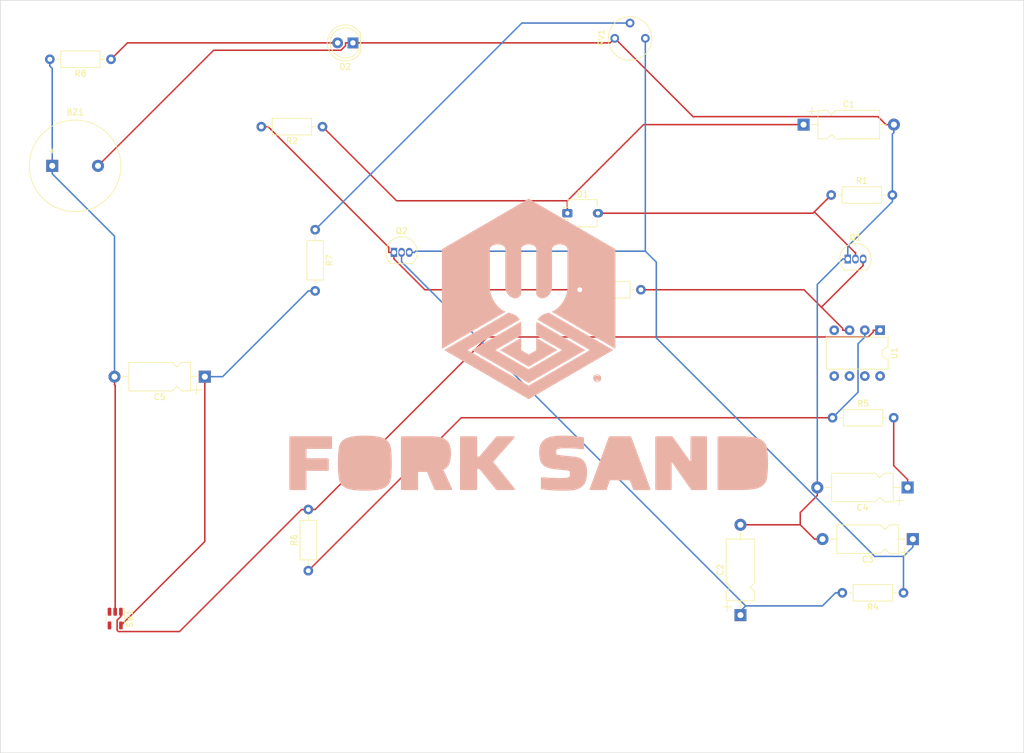
<source format=kicad_pcb>
(kicad_pcb (version 20211014) (generator pcbnew)
  (title_block (title "gammaray2usb") (date "2021-12-27") (rev "0.2x") (company "Fort Sand, Inc."))
  (layers (0 "F.Cu" signal) (31 "B.Cu" signal) (34 "B.Paste" user) (35 "F.Paste" user) (36 "B.SilkS" user "B.Silkscreen") (37 "F.SilkS" user "F.Silkscreen") (38 "B.Mask" user) (39 "F.Mask" user) (44 "Edge.Cuts" user))
  (net 0 "")
  (net 1 "Net-(BZ1-Pad1)")
  (net 2 "GND")
  (net 3 "Net-(C1-Pad1)")
  (net 4 "Net-(C2-Pad1)")
  (net 5 "+9V")
  (net 6 "Net-(C4-Pad1)")
  (net 7 "Net-(C5-Pad1)")
  (net 8 "Net-(D1-Pad2)")
  (net 9 "Net-(D2-Pad2)")
  (net 10 "Net-(Q1-Pad3)")
  (net 11 "Net-(Q2-Pad1)")
  (net 12 "Net-(R5-Pad1)")
  (net 13 "Net-(R6-Pad2)")
  (net 14 "Net-(R7-Pad1)")
  (net 15 "GNDREF")
  (footprint "Resistor_THT:R_Axial_DIN0207_L6.3mm_D2.5mm_P10.16mm_Horizontal" (layer "F.Cu") (at 123.5124 55.9922 180)
    (fp_text reference "R2")
    (fp_text value "1.5M")
  )
  (footprint "Package_DIP:DIP-8_W7.62mm" (layer "F.Cu") (at 216.1282 89.7942 -90)
    (fp_text reference "U1")
    (fp_text value "LM358")
  )
  (footprint "Capacitor_THT:CP_Axial_L10.0mm_D4.5mm_P15.00mm_Horizontal" (layer "F.Cu") (at 192.933 137.1147 90)
    (fp_text reference "C2")
    (fp_text value "100 uF")
  )
  (footprint "Resistor_THT:R_Axial_DIN0207_L6.3mm_D2.5mm_P10.16mm_Horizontal" (layer "F.Cu") (at 208.2247 104.3352)
    (fp_text reference "R5")
    (fp_text value "1k")
  )
  (footprint "Package_TO_SOT_THT:TO-92_Inline" (layer "F.Cu") (at 210.7647 77.9708)
    (fp_text reference "Q1")
    (fp_text value "2N7000")
  )
  (footprint "Resistor_THT:R_Axial_DIN0207_L6.3mm_D2.5mm_P10.16mm_Horizontal" (layer "F.Cu") (at 208.0077 67.3383)
    (fp_text reference "R1")
    (fp_text value "10M")
  )
  (footprint "Resistor_THT:R_Axial_DIN0207_L6.3mm_D2.5mm_P10.16mm_Horizontal" (layer "F.Cu") (at 220.0121 133.412 180)
    (fp_text reference "R4")
    (fp_text value "150k")
  )
  (footprint "Capacitor_THT:CP_Axial_L10.0mm_D4.5mm_P15.00mm_Horizontal" (layer "F.Cu") (at 103.9683 97.5114 180)
    (fp_text reference "C5")
    (fp_text value "0.01µF")
  )
  (footprint "Package_TO_SOT_SMD:SOT-23-5" (layer "F.Cu") (at 89.0815 137.6908 -90)
    (fp_text reference "SW1")
    (fp_text value "TS5A3166DBVR")
  )
  (footprint "Potentiometer_THT:Potentiometer_Vishay_T7-YA_Single_Vertical" (layer "F.Cu") (at 177.1344 41.3167 90)
    (fp_text reference "RV1")
    (fp_text value "250kΩ")
  )
  (footprint "Resistor_THT:R_Axial_DIN0207_L6.3mm_D2.5mm_P10.16mm_Horizontal" (layer "F.Cu") (at 166.2412 83.0738)
    (fp_text reference "R3")
    (fp_text value "56k")
  )
  (footprint "Capacitor_THT:CP_Axial_L10.0mm_D4.5mm_P15.00mm_Horizontal" (layer "F.Cu") (at 220.6962 115.9187 180)
    (fp_text reference "C4")
    (fp_text value "20nF")
  )
  (footprint "Resistor_THT:R_Axial_DIN0207_L6.3mm_D2.5mm_P10.16mm_Horizontal" (layer "F.Cu") (at 88.389 44.7965 180)
    (fp_text reference "R8")
    (fp_text value "1k")
  )
  (footprint "OptoDevice:Osram_DIL2_4.3x4.65mm_P5.08mm" (layer "F.Cu") (at 164.1871 70.3651)
    (fp_text reference "D1")
    (fp_text value "BPW34")
  )
  (footprint "Buzzer_Beeper:Buzzer_15x7.5RM7.6" (layer "F.Cu") (at 78.6245 62.4978)
    (fp_text reference "BZ1")
    (fp_text value "Buzzer")
  )
  (footprint "Capacitor_THT:CP_Axial_L10.0mm_D4.5mm_P15.00mm_Horizontal" (layer "F.Cu") (at 203.4178 55.6463)
    (fp_text reference "C1")
    (fp_text value "0.1µF")
  )
  (footprint "Resistor_THT:R_Axial_DIN0207_L6.3mm_D2.5mm_P10.16mm_Horizontal" (layer "F.Cu") (at 121.1606 129.7376 90)
    (fp_text reference "R6")
    (fp_text value "1.5M")
  )
  (footprint "Package_TO_SOT_THT:TO-92_Inline" (layer "F.Cu") (at 135.3773 76.8707)
    (fp_text reference "Q2")
    (fp_text value "2N3904")
  )
  (footprint "Capacitor_THT:CP_Axial_L10.0mm_D4.5mm_P15.00mm_Horizontal" (layer "F.Cu") (at 221.5641 124.4899 180)
    (fp_text reference "C3")
    (fp_text value "0.1µF")
  )
  (footprint "LED_THT:LED_D5.0mm" (layer "F.Cu") (at 128.5691 42.0732 180)
    (fp_text reference "D2")
    (fp_text value "LED")
  )
  (footprint "Resistor_THT:R_Axial_DIN0207_L6.3mm_D2.5mm_P10.16mm_Horizontal" (layer "F.Cu") (at 122.2941 73.1061 -90)
    (fp_text reference "R7")
    (fp_text value "1k")
  )
  (gr_line (start 168.820549 98.283926) (end 168.796041 98.2682) (layer "B.SilkS") (width 0.075875))
  (gr_line (start 169.225774 97.169196) (end 169.255521 97.174513) (layer "B.SilkS") (width 0.075875))
  (gr_line (start 169.737845 97.766843) (end 169.737845 97.766843) (layer "B.SilkS") (width 0.075875))
  (gr_line (start 169.495203 98.251343) (end 169.47152 98.2682) (layer "B.SilkS") (width 0.075875))
  (gr_line (start 169.518022 97.300297) (end 169.539941 97.319301) (layer "B.SilkS") (width 0.075875))
  (gr_poly (pts (xy 163.694358 116.28021) (xy 163.174776 116.276887) (xy 162.670086 116.26692) (xy 162.180285 116.250308) (xy 161.705374 116.227052) (xy 161.245354 116.197151) (xy 160.800224 116.160605) (xy 160.369984 116.117414) (xy 159.954634 116.067579) (xy 159.954634 114.366559) (xy 160.801124 114.432224) (xy 161.579029 114.479128) (xy 162.28835 114.507271) (xy 162.617293 114.514307) (xy 162.929091 114.516652) (xy 163.262094 114.513525) (xy 163.413028 114.509616) (xy 163.553584 114.504144) (xy 163.683761 114.497108) (xy 163.80356 114.488508) (xy 163.91298 114.478345) (xy 164.012023 114.466619) (xy 164.102492 114.453136) (xy 164.186194 114.437698) (xy 164.263128 114.420306) (xy 164.299057 114.410876) (xy 164.333294 114.400958) (xy 164.365839 114.390552) (xy 164.396692 114.379656) (xy 164.425853 114.368272) (xy 164.453321 114.356399) (xy 164.479097 114.344038) (xy 164.503181 114.331188) (xy 164.525572 114.317849) (xy 164.546271 114.304021) (xy 164.563869 114.291368) (xy 164.580564 114.278421) (xy 164.596357 114.265181) (xy 164.611248 114.251647) (xy 164.625236 114.237821) (xy 164.638322 114.223701) (xy 164.650505 114.209288) (xy 164.661787 114.194582) (xy 164.672166 114.179583) (xy 164.681642 114.164291) (xy 164.690216 114.148705) (xy 164.697888 114.132826) (xy 164.704657 114.116655) (xy 164.710524 114.10019) (xy 164.715488 114.083432) (xy 164.71955 114.066381) (xy 164.724794 114.04718) (xy 164.7297 114.0271) (xy 164.734267 114.00614) (xy 164.738497 113.984301) (xy 164.745941 113.937984) (xy 164.752032 113.88815) (xy 164.75677 113.834799) (xy 164.760154 113.77793) (xy 164.762185 113.717543) (xy 164.762862 113.653638) (xy 164.761959 113.5782) (xy 164.759251 113.508235) (xy 164.754739 113.443743) (xy 164.748421 113.384723) (xy 164.740299 113.331176) (xy 164.735562 113.306454) (xy 164.730373 113.283101) (xy 164.724733 113.261115) (xy 164.718642 113.240498) (xy 164.7121 113.221248) (xy 164.705107 113.203366) (xy 164.697436 113.186511) (xy 164.688863 113.170339) (xy 164.679387 113.154852) (xy 164.669008 113.140048) (xy 164.657727 113.125928) (xy 164.645544 113.112492) (xy 164.632458 113.09974) (xy 164.61847 113.087672) (xy 164.603579 113.076289) (xy 164.587786 113.065589) (xy 164.57109 113.055573) (xy 164.553492 113.046241) (xy 164.534991 113.037592) (xy 164.515588 113.029628) (xy 164.495282 113.022348) (xy 164.474074 113.015752) (xy 164.451399 113.007983) (xy 164.426694 113.000312) (xy 164.371193 112.985264) (xy 164.30757 112.970606) (xy 164.235826 112.95634) (xy 164.155961 112.942465) (xy 164.067974 112.928982) (xy 163.971866 112.915889) (xy 163.867636 112.903188) (xy 162.033873 112.703069) (xy 161.795628 112.674535) (xy 161.571822 112.638966) (xy 161.465334 112.618544) (xy 161.362455 112.596362) (xy 161.263186 112.572422) (xy 161.167527 112.546724) (xy 161.075477 112.519266) (xy 160.987037 112.49005) (xy 160.902207 112.459074) (xy 160.820987 112.42634) (xy 160.743376 112.391847) (xy 160.669375 112.355595) (xy 160.598984 112.317584) (xy 160.532202 112.277814) (xy 160.470272 112.234868) (xy 160.410823 112.190457) (xy 160.353856 112.144579) (xy 160.299371 112.097236) (xy 160.247367 112.048428) (xy 160.197846 111.998153) (xy 160.150806 111.946413) (xy 160.106248 111.893207) (xy 160.064171 111.838535) (xy 160.024576 111.782398) (xy 159.987463 111.724794) (xy 159.952832 111.665725) (xy 159.920683 111.605191) (xy 159.891015 111.54319) (xy 159.863829 111.479724) (xy 159.839125 111.414792) (xy 159.818144 111.348103) (xy 159.798517 111.279361) (xy 159.780243 111.208567) (xy 159.763322 111.135721) (xy 159.747756 111.060823) (xy 159.733543 110.983873) (xy 159.720683 110.90487) (xy 159.709178 110.823816) (xy 159.690227 110.65555) (xy 159.676691 110.479077) (xy 159.668569 110.294396) (xy 159.665862 110.101506) (xy 159.667723 109.964461) (xy 159.673307 109.831618) (xy 159.682613 109.702977) (xy 159.695642 109.578537) (xy 159.712394 109.458299) (xy 159.732868 109.342263) (xy 159.757064 109.230429) (xy 159.784983 109.122796) (xy 159.816625 109.019365) (xy 159.851989 108.920136) (xy 159.891076 108.825109) (xy 159.933885 108.734284) (xy 159.980417 108.64766) (xy 160.030671 108.565238) (xy 160.084648 108.487018) (xy 160.142348 108.412999) (xy 160.203151 108.342644) (xy 160.266436 108.275416) (xy 160.332202 108.211314) (xy 160.40045 108.15034) (xy 160.471179 108.092493) (xy 160.54439 108.037773) (xy 160.620083 107.986179) (xy 160.698257 107.937713) (xy 160.778913 107.892373) (xy 160.862051 107.850161) (xy 160.94767 107.811075) (xy 161.035771 107.775116) (xy 161.126354 107.742284) (xy 161.219419 107.712579) (xy 161.314965 107.686001) (xy 161.412993 107.662549) (xy 161.621905 107.618577) (xy 161.844355 107.580468) (xy 162.080343 107.548222) (xy 162.329868 107.521838) (xy 162.592931 107.501318) (xy 162.86953 107.486661) (xy 163.159667 107.477866) (xy 163.463339 107.474935) (xy 163.908241 107.478844) (xy 164.333292 107.490571) (xy 164.738491 107.510115) (xy 165.123839 107.537473) (xy 165.514599 107.573433) (xy 165.921602 107.618773) (xy 166.344848 107.673492) (xy 166.784339 107.737592) (xy 166.784339 109.40109) (xy 165.964018 109.329953) (xy 165.221306 109.279142) (xy 164.879055 109.261358) (xy 164.556206 109.248655) (xy 164.25276 109.241033) (xy 163.968718 109.238492) (xy 163.692569 109.240838) (xy 163.441689 109.247873) (xy 163.216077 109.2596) (xy 163.015734 109.276016) (xy 162.84066 109.297123) (xy 162.690854 109.322921) (xy 162.625426 109.337578) (xy 162.566316 109.353408) (xy 162.513523 109.37041) (xy 162.467047 109.388585) (xy 162.444093 109.39821) (xy 162.422154 109.408322) (xy 162.401229 109.418924) (xy 162.38132 109.430014) (xy 162.362426 109.441593) (xy 162.344546 109.453661) (xy 162.327682 109.466217) (xy 162.311833 109.479262) (xy 162.296999 109.492795) (xy 162.28318 109.506817) (xy 162.270377 109.521328) (xy 162.258588 109.536327) (xy 162.247815 109.551814) (xy 162.238057 109.567791) (xy 162.229314 109.584256) (xy 162.221587 109.601209) (xy 162.216343 109.618846) (xy 162.211437 109.637363) (xy 162.206869 109.656759) (xy 162.20264 109.677035) (xy 162.198749 109.69819) (xy 162.195196 109.720224) (xy 162.191981 109.743138) (xy 162.189105 109.766932) (xy 162.184367 109.817157) (xy 162.180982 109.870901) (xy 162.178952 109.928162) (xy 162.178275 109.988942) (xy 162.178952 110.064378) (xy 162.180982 110.134342) (xy 162.184367 110.198834) (xy 162.189105 110.257855) (xy 162.195196 110.311403) (xy 162.20264 110.359479) (xy 162.211437 110.402083) (xy 162.221587 110.439214) (xy 162.229201 110.454604) (xy 162.237606 110.469505) (xy 162.2468 110.483918) (xy 162.256783 110.497842) (xy 162.267556 110.511278) (xy 162.279119 110.524225) (xy 162.291472 110.536683) (xy 162.304614 110.548653) (xy 162.318545 110.560134) (xy 162.333267 110.571127) (xy 162.348778 110.581631) (xy 162.365079 110.591646) (xy 162.382169 110.601173) (xy 162.400049 110.610211) (xy 162.418718 110.61876) (xy 162.438178 110.626821) (xy 162.485331 110.639329) (xy 162.540155 110.651837) (xy 162.602649 110.664346) (xy 162.672814 110.676853) (xy 162.75065 110.689361) (xy 162.836157 110.701868) (xy 162.929337 110.714374) (xy 163.030188 110.72688) (xy 165.138297 110.952016) (xy 165.293517 110.969215) (xy 165.441517 110.98954) (xy 165.582297 111.012992) (xy 165.715858 111.03957) (xy 165.8422 111.069275) (xy 165.961322 111.102107) (xy 166.073225 111.138066) (xy 166.177909 111.177152) (xy 166.229688 111.198356) (xy 166.280339 111.221319) (xy 166.329862 111.246041) (xy 166.378256 111.272521) (xy 166.425523 111.300761) (xy 166.47166 111.330759) (xy 166.51667 111.362516) (xy 166.560551 111.396033) (xy 166.603305 111.431308) (xy 166.64493 111.468342) (xy 166.685427 111.507134) (xy 166.724796 111.547686) (xy 166.763037 111.589997) (xy 166.80015 111.634067) (xy 166.836136 111.679895) (xy 166.870993 111.727483) (xy 166.9217 111.797203) (xy 166.969135 111.871906) (xy 167.013299 111.951593) (xy 167.054192 112.036263) (xy 167.091813 112.125917) (xy 167.126163 112.220553) (xy 167.157241 112.320174) (xy 167.185048 112.424777) (xy 167.209583 112.534364) (xy 167.230847 112.648934) (xy 167.24884 112.768488) (xy 167.263561 112.893025) (xy 167.275011 113.022546) (xy 167.28319 113.157049) (xy 167.288097 113.296536) (xy 167.289733 113.441007) (xy 167.287984 113.591878) (xy 167.282738 113.738059) (xy 167.273996 113.87955) (xy 167.261756 114.016351) (xy 167.24602 114.148462) (xy 167.226786 114.275882) (xy 167.204056 114.398612) (xy 167.177828 114.516652) (xy 167.148104 114.630002) (xy 167.114883 114.738661) (xy 167.078165 114.84263) (xy 167.03795 114.941909) (xy 166.994239 115.036497) (xy 166.947031 115.126395) (xy 166.896325 115.211602) (xy 166.842124 115.292119) (xy 166.784988 115.367066) (xy 166.725483 115.438691) (xy 166.663609 115.506994) (xy 166.599366 115.571974) (xy 166.532754 115.633632) (xy 166.463773 115.691968) (xy 166.392424 115.746982) (xy 166.318705 115.798673) (xy 166.242618 115.847042) (xy 166.164161 115.892088) (xy 166.083336 115.933812) (xy 166.000142 115.972214) (xy 165.914579 116.007293) (xy 165.826646 116.03905) (xy 165.736345 116.067484) (xy 165.643675 116.092595) (xy 165.448973 116.136567) (xy 165.240283 116.174677) (xy 165.017605 116.206923) (xy 164.780939 116.233306) (xy 164.530285 116.253826) (xy 164.265643 116.268484) (xy 163.987014 116.277278) (xy 163.694396 116.28021) (xy 163.694358 116.28021)) (layer "B.SilkS") (width 0.336832) (fill solid))
  (gr_line (start 169.255521 98.359174) (end 169.225774 98.364491) (layer "B.SilkS") (width 0.075875))
  (gr_line (start 168.617167 97.453334) (end 168.632879 97.428802) (layer "B.SilkS") (width 0.075875))
  (gr_poly (pts (xy 130.553443 116.28021) (xy 130.04875 116.274347) (xy 129.581509 116.256758) (xy 129.151719 116.227443) (xy 128.759381 116.186403) (xy 128.404494 116.133636) (xy 128.087059 116.069144) (xy 127.942386 116.0325) (xy 127.807075 115.992925) (xy 127.681128 115.950419) (xy 127.564543 115.904981) (xy 127.456984 115.854756) (xy 127.3545 115.801013) (xy 127.257093 115.743753) (xy 127.164761 115.682974) (xy 127.077506 115.618678) (xy 126.995328 115.550864) (xy 126.918225 115.479532) (xy 126.846199 115.404682) (xy 126.779249 115.326315) (xy 126.717375 115.24443) (xy 126.660577 115.159027) (xy 126.608856 115.070107) (xy 126.562211 114.977669) (xy 126.520643 114.881713) (xy 126.48415 114.78224) (xy 126.452735 114.67925) (xy 126.426507 114.570102) (xy 126.401971 114.45216) (xy 126.379128 114.325424) (xy 126.357976 114.189893) (xy 126.32075 113.892449) (xy 126.290291 113.559828) (xy 126.266602 113.192029) (xy 126.249681 112.789053) (xy 126.239528 112.3509) (xy 126.236144 111.877568) (xy 126.239528 111.40424) (xy 126.249681 110.966088) (xy 126.266602 110.563113) (xy 126.290291 110.195316) (xy 126.32075 109.862695) (xy 126.357976 109.565251) (xy 126.401971 109.302984) (xy 126.452735 109.075895) (xy 126.48415 108.972952) (xy 126.520643 108.873625) (xy 126.562211 108.777913) (xy 126.608856 108.685817) (xy 126.660577 108.597336) (xy 126.717375 108.512471) (xy 126.779249 108.431221) (xy 126.846199 108.353587) (xy 126.918225 108.279569) (xy 126.995328 108.209165) (xy 127.077506 108.142378) (xy 127.164761 108.079205) (xy 127.257093 108.019648) (xy 127.3545 107.963706) (xy 127.456984 107.91138) (xy 127.564543 107.862668) (xy 127.681128 107.815716) (xy 127.807075 107.771792) (xy 127.942386 107.730899) (xy 128.087059 107.693034) (xy 128.241095 107.658198) (xy 128.404494 107.626392) (xy 128.577256 107.597615) (xy 128.759381 107.571867) (xy 128.950869 107.549149) (xy 129.151719 107.529459) (xy 129.361932 107.512799) (xy 129.581509 107.499168) (xy 129.810448 107.488566) (xy 130.04875 107.480993) (xy 130.553443 107.474935) (xy 131.05791 107.480993) (xy 131.524474 107.499168) (xy 131.953135 107.529459) (xy 132.343894 107.571867) (xy 132.696749 107.626392) (xy 132.858964 107.658198) (xy 133.011702 107.693034) (xy 133.154965 107.730899) (xy 133.288752 107.771792) (xy 133.413064 107.815716) (xy 133.527899 107.862668) (xy 133.637152 107.91138) (xy 133.741102 107.963706) (xy 133.839751 108.019648) (xy 133.933097 108.079205) (xy 134.021142 108.142378) (xy 134.103886 108.209165) (xy 134.181327 108.279569) (xy 134.253466 108.353587) (xy 134.320304 108.431221) (xy 134.38184 108.512471) (xy 134.438074 108.597336) (xy 134.489006 108.685817) (xy 134.534636 108.777913) (xy 134.574964 108.873625) (xy 134.609991 108.972952) (xy 134.639716 109.075895) (xy 134.665943 109.185042) (xy 134.690479 109.302984) (xy 134.713322 109.429721) (xy 134.734473 109.565251) (xy 134.771698 109.862695) (xy 134.802155 110.195316) (xy 134.825843 110.563113) (xy 134.842763 110.966088) (xy 134.852915 111.40424) (xy 134.856299 111.877568) (xy 134.852915 112.3509) (xy 134.842763 112.789053) (xy 134.825843 113.192029) (xy 134.802155 113.559828) (xy 134.771698 113.892449) (xy 134.734473 114.189893) (xy 134.690479 114.45216) (xy 134.639716 114.67925) (xy 134.609991 114.78224) (xy 134.574964 114.881713) (xy 134.534636 114.977669) (xy 134.489006 115.070107) (xy 134.438074 115.159027) (xy 134.38184 115.24443) (xy 134.320304 115.326315) (xy 134.253466 115.404682) (xy 134.181327 115.479532) (xy 134.103886 115.550864) (xy 134.021142 115.618678) (xy 133.933097 115.682974) (xy 133.839751 115.743753) (xy 133.741102 115.801013) (xy 133.637152 115.854756) (xy 133.527899 115.904981) (xy 133.413064 115.950419) (xy 133.288752 115.992925) (xy 133.154965 116.0325) (xy 133.011702 116.069144) (xy 132.858964 116.102855) (xy 132.696749 116.133636) (xy 132.525059 116.161485) (xy 132.343894 116.186403) (xy 132.153252 116.208389) (xy 131.953135 116.227443) (xy 131.743542 116.243566) (xy 131.524474 116.256758) (xy 131.29593 116.267018) (xy 131.05791 116.274347) (xy 130.553443 116.28021)) (layer "B.SilkS") (width 0.336832) (fill solid))
  (gr_line (start 169.447011 98.283926) (end 169.421714 98.298484) (layer "B.SilkS") (width 0.075875))
  (gr_line (start 169.341479 97.198918) (end 169.36891 97.209744) (layer "B.SilkS") (width 0.075875))
  (gr_line (start 169.164865 97.163016) (end 169.195543 97.16535) (layer "B.SilkS") (width 0.075875))
  (gr_line (start 169.599907 98.151436) (end 169.580921 98.173374) (layer "B.SilkS") (width 0.075875))
  (gr_line (start 168.954149 97.189412) (end 168.982814 97.181264) (layer "B.SilkS") (width 0.075875))
  (gr_line (start 168.954149 98.344275) (end 168.926081 98.33477) (layer "B.SilkS") (width 0.075875))
  (gr_line (start 169.650393 98.080359) (end 169.634681 98.10489) (layer "B.SilkS") (width 0.075875))
  (gr_line (start 169.560919 98.194371) (end 169.539941 98.214391) (layer "B.SilkS") (width 0.075875))
  (gr_line (start 169.395668 97.221852) (end 169.421714 97.235205) (layer "B.SilkS") (width 0.075875))
  (gr_line (start 169.634681 98.10489) (end 169.617839 98.128595) (layer "B.SilkS") (width 0.075875))
  (gr_line (start 169.195543 98.368336) (end 169.164865 98.370671) (layer "B.SilkS") (width 0.075875))
  (gr_line (start 168.686639 97.360319) (end 168.706641 97.33932) (layer "B.SilkS") (width 0.075875))
  (gr_line (start 169.195543 97.16535) (end 169.225774 97.169196) (layer "B.SilkS") (width 0.075875))
  (gr_line (start 168.566369 97.558961) (end 168.577185 97.531505) (layer "B.SilkS") (width 0.075875))
  (gr_line (start 169.284746 97.181264) (end 169.313411 97.189412) (layer "B.SilkS") (width 0.075875))
  (gr_line (start 169.47152 98.2682) (end 169.447011 98.283926) (layer "B.SilkS") (width 0.075875))
  (gr_poly (pts (xy 175.262122 116.180143) (xy 174.670111 114.554174) (xy 171.132537 114.554174) (xy 170.569411 116.180143) (xy 168.057006 116.180143) (xy 171.233603 107.574994) (xy 174.641234 107.574994) (xy 177.817839 116.180143) (xy 175.262122 116.180143)) (layer "B.SilkS") (width 0.336832) (fill solid))
  (gr_line (start 168.796041 97.26549) (end 168.820549 97.249763) (layer "B.SilkS") (width 0.075875))
  (gr_line (start 169.313411 97.189412) (end 169.341479 97.198918) (layer "B.SilkS") (width 0.075875))
  (gr_line (start 168.686639 98.173374) (end 168.667653 98.151436) (layer "B.SilkS") (width 0.075875))
  (gr_line (start 168.871892 97.221852) (end 168.89865 97.209744) (layer "B.SilkS") (width 0.075875))
  (gr_line (start 169.734726 97.828662) (end 169.730885 97.858921) (layer "B.SilkS") (width 0.075875))
  (gr_line (start 168.541988 97.888695) (end 168.536675 97.858921) (layer "B.SilkS") (width 0.075875))
  (gr_line (start 168.772357 97.282348) (end 168.796041 97.26549) (layer "B.SilkS") (width 0.075875))
  (gr_line (start 169.041786 98.364491) (end 169.012039 98.359174) (layer "B.SilkS") (width 0.075875))
  (gr_line (start 169.421714 97.235205) (end 169.447011 97.249763) (layer "B.SilkS") (width 0.075875))
  (gr_line (start 168.548733 97.615744) (end 168.556873 97.587053) (layer "B.SilkS") (width 0.075875))
  (gr_line (start 169.650393 97.453334) (end 169.664938 97.478653) (layer "B.SilkS") (width 0.075875))
  (gr_line (start 168.706641 97.33932) (end 168.72762 97.319301) (layer "B.SilkS") (width 0.075875))
  (gr_poly (pts (xy 156.51081 91.057466) (xy 153.007018 93.095674) (xy 157.759062 95.861039) (xy 162.512236 93.095674) (xy 159.007895 91.057466) (xy 159.007895 93.116754) (xy 157.759352 93.841302) (xy 156.510817 93.116754) (xy 156.51081 91.057466)) (layer "B.SilkS") (width 0.020448) (fill solid))
  (gr_poly (pts (xy 154.427641 86.879411) (xy 143.742262 93.095666) (xy 157.75907 101.251039) (xy 171.775885 93.095666) (xy 161.090788 86.879701) (xy 160.790126 86.970291) (xy 160.652051 87.012651) (xy 160.521332 87.054897) (xy 160.397359 87.098407) (xy 160.279521 87.144564) (xy 160.222712 87.169066) (xy 160.167207 87.194747) (xy 160.11293 87.22178) (xy 160.059805 87.250337) (xy 159.989171 87.29142) (xy 159.921364 87.334042) (xy 159.856344 87.37813) (xy 159.794072 87.423608) (xy 159.73451 87.4704) (xy 159.677618 87.518431) (xy 159.623357 87.567627) (xy 159.571687 87.617912) (xy 159.522571 87.66921) (xy 159.475967 87.721446) (xy 159.431838 87.774546) (xy 159.390145 87.828434) (xy 159.350847 87.883035) (xy 159.313907 87.938274) (xy 159.279284 87.994075) (xy 159.246939 88.050363) (xy 167.632437 92.928788) (xy 167.919768 93.096902) (xy 157.759062 99.007684) (xy 147.598364 93.096902) (xy 156.271781 88.050523) (xy 156.239439 87.994268) (xy 156.204817 87.938491) (xy 156.167876 87.88327) (xy 156.128578 87.828679) (xy 156.086883 87.774796) (xy 156.042753 87.721695) (xy 155.996148 87.669454) (xy 155.947029 87.618148) (xy 155.895357 87.567853) (xy 155.841094 87.518645) (xy 155.7842 87.470601) (xy 155.724637 87.423796) (xy 155.662365 87.378306) (xy 155.597345 87.334208) (xy 155.529539 87.291577) (xy 155.458907 87.250489) (xy 155.405781 87.221918) (xy 155.351498 87.194862) (xy 155.295983 87.169151) (xy 155.239159 87.144615) (xy 155.180951 87.121081) (xy 155.121283 87.098379) (xy 154.997264 87.054785) (xy 154.866495 87.012465) (xy 154.728372 86.970049) (xy 154.427634 86.879457) (xy 154.427634 86.879454) (xy 154.427634 86.879451) (xy 154.427635 86.879449) (xy 154.427635 86.879446) (xy 154.427636 86.879444) (xy 154.427636 86.879442) (xy 154.427638 86.879437) (xy 154.427638 86.879434) (xy 154.427639 86.879431) (xy 154.42764 86.879429) (xy 154.42764 86.879426) (xy 154.427641 86.879422) (xy 154.427641 86.879419) (xy 154.427641 86.879415) (xy 154.427641 86.879411)) (layer "B.SilkS") (width 0.020448) (fill solid))
  (gr_line (start 169.725573 97.888695) (end 169.718828 97.917947) (layer "B.SilkS") (width 0.075875))
  (gr_line (start 168.536675 97.674769) (end 168.541988 97.644995) (layer "B.SilkS") (width 0.075875))
  (gr_poly (pts (xy 152.467955 116.180143) (xy 149.652327 112.678052) (xy 149.031447 112.678052) (xy 149.031447 116.180143) (xy 146.519034 116.180143) (xy 146.519034 107.574994) (xy 149.031447 107.574994) (xy 149.031447 110.926999) (xy 149.652327 110.926999) (xy 152.496832 107.574994) (xy 155.254706 107.574994) (xy 151.659361 111.652433) (xy 155.298018 116.180143) (xy 152.467955 116.180143)) (layer "B.SilkS") (width 0.336832) (fill solid))
  (gr_line (start 168.602622 98.05504) (end 168.589282 98.02897) (layer "B.SilkS") (width 0.075875))
  (gr_line (start 168.577185 97.531505) (end 168.589282 97.504723) (layer "B.SilkS") (width 0.075875))
  (gr_line (start 169.041786 97.169196) (end 169.072018 97.16535) (layer "B.SilkS") (width 0.075875))
  (gr_poly (pts (xy 142.264014 116.180143) (xy 140.964491 113.165845) (xy 139.21736 113.165845) (xy 139.21736 116.180143) (xy 136.704955 116.180143) (xy 136.704955 107.574994) (xy 141.469855 107.574994) (xy 141.802182 107.580271) (xy 142.113301 107.5961) (xy 142.403212 107.622483) (xy 142.540214 107.639631) (xy 142.671915 107.659418) (xy 142.798313 107.681844) (xy 142.91941 107.706907) (xy 143.035205 107.734609) (xy 143.145698 107.764949) (xy 143.250889 107.797928) (xy 143.350778 107.833545) (xy 143.445366 107.8718) (xy 143.534651 107.912694) (xy 143.621174 107.95437) (xy 143.70386 107.998097) (xy 143.782712 108.043877) (xy 143.857728 108.091708) (xy 143.928909 108.141592) (xy 143.996254 108.193528) (xy 144.059764 108.247515) (xy 144.119438 108.303555) (xy 144.175277 108.361646) (xy 144.22728 108.42179) (xy 144.275448 108.483985) (xy 144.31978 108.548233) (xy 144.360277 108.614532) (xy 144.396938 108.682884) (xy 144.429764 108.753287) (xy 144.458754 108.825742) (xy 144.48673 108.899223) (xy 144.5129 108.975831) (xy 144.537266 109.055566) (xy 144.559827 109.138429) (xy 144.580583 109.224418) (xy 144.599534 109.313534) (xy 144.616681 109.405777) (xy 144.632022 109.501147) (xy 144.645559 109.599643) (xy 144.657291 109.701267) (xy 144.667218 109.806017) (xy 144.67534 109.913894) (xy 144.681658 110.024897) (xy 144.68617 110.139028) (xy 144.688877 110.256285) (xy 144.68978 110.376668) (xy 144.685493 110.598091) (xy 144.680135 110.706018) (xy 144.672634 110.812088) (xy 144.662989 110.916301) (xy 144.651201 111.018657) (xy 144.63727 111.119156) (xy 144.621195 111.217799) (xy 144.602978 111.314586) (xy 144.582617 111.409516) (xy 144.560112 111.502589) (xy 144.535465 111.593805) (xy 144.508674 111.683165) (xy 144.47974 111.770669) (xy 144.448663 111.856316) (xy 144.415442 111.940107) (xy 144.380867 112.021552) (xy 144.342118 112.100164) (xy 144.299195 112.175942) (xy 144.252098 112.248886) (xy 144.200827 112.318996) (xy 144.145383 112.386273) (xy 144.085765 112.450715) (xy 144.021973 112.512325) (xy 143.954008 112.5711) (xy 143.881869 112.627042) (xy 143.805556 112.68015) (xy 143.725069 112.730425) (xy 143.640409 112.777866) (xy 143.551576 112.822473) (xy 143.458569 112.864247) (xy 143.361388 112.903188) (xy 144.891928 116.180143) (xy 142.264014 116.180143)) (layer "B.SilkS") (width 0.336832) (fill solid))
  (gr_line (start 169.13378 97.162229) (end 169.13378 97.162229) (layer "B.SilkS") (width 0.075875))
  (gr_line (start 168.556873 97.946638) (end 168.548733 97.917947) (layer "B.SilkS") (width 0.075875))
  (gr_line (start 168.72762 97.319301) (end 168.749538 97.300297) (layer "B.SilkS") (width 0.075875))
  (gr_line (start 168.749538 98.233394) (end 168.72762 98.214391) (layer "B.SilkS") (width 0.075875))
  (gr_line (start 169.737845 97.766843) (end 169.737845 97.766843) (layer "B.SilkS") (width 0.075875))
  (gr_line (start 169.690375 98.002188) (end 169.678278 98.02897) (layer "B.SilkS") (width 0.075875))
  (gr_line (start 168.72762 98.214391) (end 168.706641 98.194371) (layer "B.SilkS") (width 0.075875))
  (gr_line (start 169.421714 98.298484) (end 169.395668 98.311836) (layer "B.SilkS") (width 0.075875))
  (gr_line (start 168.589282 98.02897) (end 168.577185 98.002188) (layer "B.SilkS") (width 0.075875))
  (gr_line (start 169.13378 97.162229) (end 169.164865 97.163016) (layer "B.SilkS") (width 0.075875))
  (gr_line (start 169.580921 98.173374) (end 169.560919 98.194371) (layer "B.SilkS") (width 0.075875))
  (gr_line (start 169.678278 97.504723) (end 169.690375 97.531505) (layer "B.SilkS") (width 0.075875))
  (gr_line (start 168.649721 98.128595) (end 168.632879 98.10489) (layer "B.SilkS") (width 0.075875))
  (gr_poly (pts (xy 189.300543 107.574994) (xy 192.809249 107.574994) (xy 193.338302 107.581053) (xy 193.828101 107.599227) (xy 194.278645 107.629519) (xy 194.689933 107.671927) (xy 195.061966 107.726452) (xy 195.394742 107.793093) (xy 195.54641 107.830958) (xy 195.688263 107.871852) (xy 195.820302 107.915775) (xy 195.942526 107.962728) (xy 196.057082 108.011389) (xy 196.166109 108.063568) (xy 196.269609 108.119265) (xy 196.367581 108.17848) (xy 196.460025 108.241213) (xy 196.546941 108.307463) (xy 196.62833 108.377232) (xy 196.704192 108.450518) (xy 196.774526 108.527322) (xy 196.839332 108.607643) (xy 196.898611 108.691482) (xy 196.952363 108.778839) (xy 197.000588 108.869714) (xy 197.043285 108.964106) (xy 197.080455 109.062015) (xy 197.112097 109.163442) (xy 197.140072 109.269316) (xy 197.166241 109.383691) (xy 197.190607 109.506568) (xy 197.213168 109.637945) (xy 197.233925 109.777824) (xy 197.252877 109.926204) (xy 197.285367 110.248468) (xy 197.310638 110.604736) (xy 197.328689 110.995009) (xy 197.33952 111.419286) (xy 197.343131 111.877568) (xy 197.33952 112.336046) (xy 197.328689 112.76091) (xy 197.310638 113.152161) (xy 197.285367 113.509797) (xy 197.252877 113.83382) (xy 197.213168 114.124228) (xy 197.166241 114.381021) (xy 197.112097 114.6042) (xy 197.080454 114.704162) (xy 197.043284 114.800802) (xy 197.000586 114.89412) (xy 196.952361 114.984115) (xy 196.898608 115.070788) (xy 196.839328 115.154139) (xy 196.774521 115.234167) (xy 196.704186 115.310873) (xy 196.628324 115.384257) (xy 196.546935 115.454319) (xy 196.460018 115.521058) (xy 196.367574 115.584475) (xy 196.269603 115.64457) (xy 196.166105 115.701343) (xy 196.057079 115.754793) (xy 195.942526 115.804921) (xy 195.820302 115.850359) (xy 195.688263 115.892865) (xy 195.54641 115.93244) (xy 195.394742 115.969083) (xy 195.233261 116.002794) (xy 195.061966 116.033574) (xy 194.880857 116.061422) (xy 194.689933 116.086339) (xy 194.489196 116.108325) (xy 194.278645 116.127378) (xy 194.05828 116.143501) (xy 193.828101 116.156692) (xy 193.338302 116.17428) (xy 192.809249 116.180143) (xy 189.300543 116.180143) (xy 189.300543 107.574994)) (layer "B.SilkS") (width 0.336832) (fill solid))
  (gr_poly (pts (xy 192.751486 114.416593) (xy 193.017706 114.414834) (xy 193.260463 114.409557) (xy 193.479758 114.400763) (xy 193.675588 114.388451) (xy 193.847955 114.372621) (xy 193.996859 114.353272) (xy 194.122298 114.330406) (xy 194.224272 114.304021) (xy 194.270071 114.287117) (xy 194.292124 114.277712) (xy 194.313613 114.267672) (xy 194.334538 114.256997) (xy 194.354899 114.245686) (xy 194.374697 114.233741) (xy 194.39393 114.22116) (xy 194.412599 114.207944) (xy 194.430704 114.194093) (xy 194.448245 114.179607) (xy 194.465222 114.164486) (xy 194.481635 114.14873) (xy 194.497484 114.132338) (xy 194.512769 114.115312) (xy 194.52749 114.09765) (xy 194.541647 114.079353) (xy 194.55524 114.060421) (xy 194.568269 114.040853) (xy 194.580734 114.020651) (xy 194.603973 113.978341) (xy 194.624955 113.93349) (xy 194.643681 113.886099) (xy 194.660151 113.836167) (xy 194.674365 113.783694) (xy 194.686324 113.728681) (xy 194.698563 113.667218) (xy 194.710013 113.598525) (xy 194.730544 113.439445) (xy 194.747916 113.25144) (xy 194.762129 113.034513) (xy 194.773184 112.788661) (xy 194.781081 112.513887) (xy 194.785819 112.210189) (xy 194.787398 111.877568) (xy 194.785819 111.54788) (xy 194.781081 111.246723) (xy 194.773184 110.974099) (xy 194.762129 110.730007) (xy 194.747916 110.514448) (xy 194.730544 110.327422) (xy 194.710013 110.168929) (xy 194.686324 110.038968) (xy 194.672618 109.982489) (xy 194.656768 109.928746) (xy 194.638776 109.877739) (xy 194.618639 109.829468) (xy 194.59636 109.783933) (xy 194.571937 109.741134) (xy 194.545371 109.701071) (xy 194.516661 109.663744) (xy 194.485809 109.629153) (xy 194.452813 109.597298) (xy 194.417673 109.568179) (xy 194.380391 109.541795) (xy 194.340965 109.518148) (xy 194.299397 109.497236) (xy 194.255685 109.47906) (xy 194.20983 109.46362) (xy 194.161832 109.448475) (xy 194.108081 109.434306) (xy 194.048576 109.421115) (xy 193.983319 109.408901) (xy 193.912308 109.397663) (xy 193.835543 109.387403) (xy 193.753026 109.37812) (xy 193.664755 109.369814) (xy 193.470955 109.356134) (xy 193.254142 109.346362) (xy 193.014316 109.340499) (xy 192.751479 109.338544) (xy 191.798491 109.338544) (xy 191.798491 114.416585) (xy 192.751486 114.416593)) (layer "B.SilkS") (width 0.336832) (fill solid))
  (gr_line (start 168.89865 98.323944) (end 168.871892 98.311836) (layer "B.SilkS") (width 0.075875))
  (gr_poly (pts (xy 168.823035 97.961042) (xy 168.823035 97.669385) (xy 168.704405 97.669385) (xy 168.704405 97.572583) (xy 169.049964 97.572583) (xy 169.049964 97.669385) (xy 168.930052 97.669385) (xy 168.930052 97.961042) (xy 168.823035 97.961042)) (layer "B.SilkS") (width 0.414814) (fill solid))
  (gr_line (start 169.560919 97.33932) (end 169.580921 97.360319) (layer "B.SilkS") (width 0.075875))
  (gr_line (start 168.536675 97.858921) (end 168.532834 97.828662) (layer "B.SilkS") (width 0.075875))
  (gr_line (start 169.599907 97.382257) (end 169.617839 97.405098) (layer "B.SilkS") (width 0.075875))
  (gr_line (start 169.255521 97.174513) (end 169.284746 97.181264) (layer "B.SilkS") (width 0.075875))
  (gr_line (start 168.982814 97.181264) (end 169.012039 97.174513) (layer "B.SilkS") (width 0.075875))
  (gr_line (start 169.737059 97.797957) (end 169.734726 97.828662) (layer "B.SilkS") (width 0.075875))
  (gr_line (start 168.556873 97.587053) (end 168.566369 97.558961) (layer "B.SilkS") (width 0.075875))
  (gr_line (start 169.313411 98.344275) (end 169.284746 98.352423) (layer "B.SilkS") (width 0.075875))
  (gr_line (start 169.730885 97.674769) (end 169.734726 97.705027) (layer "B.SilkS") (width 0.075875))
  (gr_line (start 168.871892 98.311836) (end 168.845846 98.298484) (layer "B.SilkS") (width 0.075875))
  (gr_line (start 168.617167 98.080359) (end 168.602622 98.05504) (layer "B.SilkS") (width 0.075875))
  (gr_line (start 168.667653 98.151436) (end 168.649721 98.128595) (layer "B.SilkS") (width 0.075875))
  (gr_poly (pts (xy 118.176634 116.180143) (xy 118.176634 107.574994) (xy 124.934142 107.574994) (xy 124.934142 109.338552) (xy 120.689047 109.338552) (xy 120.689047 111.227178) (xy 124.385459 111.227178) (xy 124.385459 112.990735) (xy 120.689047 112.990735) (xy 120.689047 116.180143) (xy 118.176634 116.180143)) (layer "B.SilkS") (width 0.336832) (fill solid))
  (gr_line (start 169.225774 98.364491) (end 169.195543 98.368336) (layer "B.SilkS") (width 0.075875))
  (gr_line (start 169.617839 97.405098) (end 169.634681 97.428802) (layer "B.SilkS") (width 0.075875))
  (gr_line (start 169.539941 98.214391) (end 169.518022 98.233394) (layer "B.SilkS") (width 0.075875))
  (gr_line (start 168.589282 97.504723) (end 168.602622 97.478653) (layer "B.SilkS") (width 0.075875))
  (gr_line (start 169.730885 97.858921) (end 169.725573 97.888695) (layer "B.SilkS") (width 0.075875))
  (gr_line (start 168.982814 98.352423) (end 168.954149 98.344275) (layer "B.SilkS") (width 0.075875))
  (gr_line (start 168.667653 97.382257) (end 168.686639 97.360319) (layer "B.SilkS") (width 0.075875))
  (gr_poly (pts (xy 130.553443 114.516652) (xy 130.778377 114.514698) (xy 130.983908 114.508835) (xy 131.170036 114.499063) (xy 131.336762 114.485382) (xy 131.484085 114.467793) (xy 131.612005 114.446296) (xy 131.720523 114.42089) (xy 131.767506 114.406722) (xy 131.809638 114.391576) (xy 131.829266 114.382647) (xy 131.848443 114.373059) (xy 131.867169 114.362811) (xy 131.885444 114.351904) (xy 131.903268 114.340337) (xy 131.92064 114.32811) (xy 131.937561 114.315224) (xy 131.954031 114.301679) (xy 131.970049 114.287473) (xy 131.985616 114.272608) (xy 132.000733 114.257084) (xy 132.015397 114.2409) (xy 132.029611 114.224056) (xy 132.043373 114.206553) (xy 132.056685 114.18839) (xy 132.069544 114.169567) (xy 132.081953 114.150085) (xy 132.093911 114.129944) (xy 132.105417 114.109143) (xy 132.116472 114.087682) (xy 132.137228 114.042782) (xy 132.156179 113.995243) (xy 132.173325 113.945066) (xy 132.188667 113.892251) (xy 132.202203 113.836798) (xy 132.213935 113.778707) (xy 132.234239 113.645033) (xy 132.251837 113.481654) (xy 132.266728 113.28857) (xy 132.278912 113.06578) (xy 132.288389 112.813285) (xy 132.295158 112.531085) (xy 132.29922 112.219179) (xy 132.300574 111.877568) (xy 132.295158 111.224052) (xy 132.288389 110.941852) (xy 132.278912 110.689357) (xy 132.266728 110.466567) (xy 132.251837 110.273483) (xy 132.234239 110.110104) (xy 132.213935 109.97643) (xy 132.202203 109.918388) (xy 132.188666 109.863081) (xy 132.173325 109.810511) (xy 132.156178 109.760676) (xy 132.137226 109.713578) (xy 132.11647 109.669215) (xy 132.093908 109.627589) (xy 132.069542 109.588699) (xy 132.04337 109.552544) (xy 132.015394 109.519126) (xy 131.985613 109.488444) (xy 131.954027 109.460498) (xy 131.920637 109.435287) (xy 131.885442 109.412813) (xy 131.848442 109.393075) (xy 131.809638 109.376073) (xy 131.767506 109.359413) (xy 131.720523 109.343828) (xy 131.668689 109.329317) (xy 131.612004 109.315881) (xy 131.550469 109.303521) (xy 131.484083 109.292235) (xy 131.412846 109.282024) (xy 131.336759 109.272887) (xy 131.255821 109.264826) (xy 131.170033 109.25784) (xy 131.079394 109.251928) (xy 130.983905 109.247091) (xy 130.778374 109.240642) (xy 130.553443 109.238492) (xy 130.32828 109.240642) (xy 130.12207 109.247091) (xy 129.934812 109.25784) (xy 129.766506 109.272887) (xy 129.617151 109.292235) (xy 129.486748 109.315881) (xy 129.428654 109.329317) (xy 129.375297 109.343828) (xy 129.326678 109.359413) (xy 129.282797 109.376073) (xy 129.262281 109.384244) (xy 129.242244 109.393124) (xy 129.222687 109.402712) (xy 129.203609 109.413009) (xy 129.18501 109.424014) (xy 129.166891 109.435728) (xy 129.149251 109.44815) (xy 129.13209 109.46128) (xy 129.115409 109.475119) (xy 129.099207 109.489666) (xy 129.083485 109.504922) (xy 129.068242 109.520886) (xy 129.053479 109.537559) (xy 129.039195 109.55494) (xy 129.02539 109.57303) (xy 129.012065 109.591828) (xy 128.999219 109.611334) (xy 128.986852 109.631549) (xy 128.974965 109.652472) (xy 128.963557 109.674104) (xy 128.952629 109.696444) (xy 128.94218 109.719493) (xy 128.922721 109.767715) (xy 128.905179 109.818772) (xy 128.889554 109.872661) (xy 128.875847 109.929385) (xy 128.864058 109.988942) (xy 128.843754 110.125157) (xy 128.826157 110.289904) (xy 128.811267 110.483183) (xy 128.799084 110.704994) (xy 128.789609 110.955339) (xy 128.782841 111.234216) (xy 128.77878 111.541626) (xy 128.777426 111.877568) (xy 128.782841 112.520926) (xy 128.789609 112.799804) (xy 128.799084 113.050149) (xy 128.811267 113.271961) (xy 128.826157 113.465241) (xy 128.843754 113.629988) (xy 128.864058 113.766202) (xy 128.875847 113.825808) (xy 128.889554 113.882678) (xy 128.905179 113.936812) (xy 128.922721 113.98821) (xy 128.94218 114.036872) (xy 128.963557 114.082798) (xy 128.986852 114.125988) (xy 129.012065 114.166442) (xy 129.039195 114.20416) (xy 129.068242 114.239142) (xy 129.099207 114.271388) (xy 129.13209 114.300897) (xy 129.166891 114.327671) (xy 129.203609 114.351709) (xy 129.242244 114.37301) (xy 129.282797 114.391576) (xy 129.326678 114.406722) (xy 129.375297 114.42089) (xy 129.428654 114.434081) (xy 129.486748 114.446296) (xy 129.549581 114.457533) (xy 129.617151 114.467793) (xy 129.68946 114.477076) (xy 129.766506 114.485382) (xy 129.84829 114.492711) (xy 129.934812 114.499063) (xy 130.12207 114.508835) (xy 130.32828 114.514698) (xy 130.553443 114.516652)) (layer "B.SilkS") (width 0.336832) (fill solid))
  (gr_line (start 169.580921 97.360319) (end 169.599907 97.382257) (layer "B.SilkS") (width 0.075875))
  (gr_line (start 169.725573 97.644995) (end 169.730885 97.674769) (layer "B.SilkS") (width 0.075875))
  (gr_line (start 169.617839 98.128595) (end 169.599907 98.151436) (layer "B.SilkS") (width 0.075875))
  (gr_line (start 169.518022 98.233394) (end 169.495203 98.251343) (layer "B.SilkS") (width 0.075875))
  (gr_line (start 168.541988 97.644995) (end 168.548733 97.615744) (layer "B.SilkS") (width 0.075875))
  (gr_line (start 168.649721 97.405098) (end 168.667653 97.382257) (layer "B.SilkS") (width 0.075875))
  (gr_line (start 169.164865 98.370671) (end 169.13378 98.371457) (layer "B.SilkS") (width 0.075875))
  (gr_line (start 168.602622 97.478653) (end 168.617167 97.453334) (layer "B.SilkS") (width 0.075875))
  (gr_line (start 168.820549 97.249763) (end 168.845846 97.235205) (layer "B.SilkS") (width 0.075875))
  (gr_line (start 168.749538 97.300297) (end 168.772357 97.282348) (layer "B.SilkS") (width 0.075875))
  (gr_line (start 169.13378 98.371457) (end 169.13378 98.371457) (layer "B.SilkS") (width 0.075875))
  (gr_poly (pts (xy 156.424071 88.407182) (xy 148.36405 93.095666) (xy 157.75907 98.562028) (xy 167.154097 93.095666) (xy 159.094641 88.407441) (xy 159.073797 88.478974) (xy 159.055938 88.550277) (xy 159.041002 88.621212) (xy 159.028925 88.691639) (xy 159.019642 88.761417) (xy 159.01309 88.830407) (xy 159.009206 88.898469) (xy 159.007926 88.965463) (xy 159.007926 90.612222) (xy 162.990615 92.928827) (xy 163.277663 93.096971) (xy 157.759093 96.306749) (xy 152.24137 93.096971) (xy 156.510832 90.612382) (xy 156.510832 88.965623) (xy 156.509555 88.898698) (xy 156.505677 88.830664) (xy 156.499134 88.761667) (xy 156.489859 88.691852) (xy 156.477786 88.621365) (xy 156.462849 88.550353) (xy 156.444981 88.478961) (xy 156.424117 88.407335) (xy 156.424111 88.407315) (xy 156.424106 88.407295) (xy 156.424097 88.407255) (xy 156.424091 88.407236) (xy 156.424089 88.407227) (xy 156.424086 88.407218) (xy 156.424082 88.407208) (xy 156.424079 88.407199) (xy 156.424075 88.407191) (xy 156.424071 88.407182)) (layer "B.SilkS") (width 0.020448) (fill solid))
  (gr_line (start 169.495203 97.282348) (end 169.518022 97.300297) (layer "B.SilkS") (width 0.075875))
  (gr_line (start 169.072018 98.368336) (end 169.041786 98.364491) (layer "B.SilkS") (width 0.075875))
  (gr_line (start 168.926081 97.198918) (end 168.954149 97.189412) (layer "B.SilkS") (width 0.075875))
  (gr_poly (pts (xy 184.855551 116.180143) (xy 181.419043 111.264707) (xy 181.346846 111.264707) (xy 181.346846 116.180143) (xy 178.94995 116.180143) (xy 178.94995 107.574994) (xy 181.534552 107.574994) (xy 184.725592 112.040166) (xy 184.797789 112.040166) (xy 184.797789 107.574994) (xy 187.20912 107.574994) (xy 187.20912 116.180143) (xy 184.855551 116.180143)) (layer "B.SilkS") (width 0.336832) (fill solid))
  (gr_line (start 169.734726 97.705027) (end 169.737059 97.735731) (layer "B.SilkS") (width 0.075875))
  (gr_line (start 169.539941 97.319301) (end 169.560919 97.33932) (layer "B.SilkS") (width 0.075875))
  (gr_line (start 169.447011 97.249763) (end 169.47152 97.26549) (layer "B.SilkS") (width 0.075875))
  (gr_line (start 169.36891 97.209744) (end 169.395668 97.221852) (layer "B.SilkS") (width 0.075875))
  (gr_line (start 169.072018 97.16535) (end 169.102695 97.163016) (layer "B.SilkS") (width 0.075875))
  (gr_line (start 168.926081 98.33477) (end 168.89865 98.323944) (layer "B.SilkS") (width 0.075875))
  (gr_line (start 169.102695 97.163016) (end 169.13378 97.162229) (layer "B.SilkS") (width 0.075875))
  (gr_line (start 169.341479 98.33477) (end 169.313411 98.344275) (layer "B.SilkS") (width 0.075875))
  (gr_line (start 169.718828 97.917947) (end 169.710688 97.946638) (layer "B.SilkS") (width 0.075875))
  (gr_line (start 169.690375 97.531505) (end 169.701191 97.558961) (layer "B.SilkS") (width 0.075875))
  (gr_line (start 168.529715 97.766843) (end 168.529715 97.766843) (layer "B.SilkS") (width 0.075875))
  (gr_line (start 169.47152 97.26549) (end 169.495203 97.282348) (layer "B.SilkS") (width 0.075875))
  (gr_line (start 169.710688 97.946638) (end 169.701191 97.974731) (layer "B.SilkS") (width 0.075875))
  (gr_line (start 168.529715 97.766843) (end 168.530501 97.735731) (layer "B.SilkS") (width 0.075875))
  (gr_line (start 169.102695 98.370671) (end 169.072018 98.368336) (layer "B.SilkS") (width 0.075875))
  (gr_line (start 168.632879 98.10489) (end 168.617167 98.080359) (layer "B.SilkS") (width 0.075875))
  (gr_line (start 169.284746 98.352423) (end 169.255521 98.359174) (layer "B.SilkS") (width 0.075875))
  (gr_line (start 169.395668 98.311836) (end 169.36891 98.323944) (layer "B.SilkS") (width 0.075875))
  (gr_line (start 169.012039 97.174513) (end 169.041786 97.169196) (layer "B.SilkS") (width 0.075875))
  (gr_line (start 169.701191 97.558961) (end 169.710688 97.587053) (layer "B.SilkS") (width 0.075875))
  (gr_line (start 168.566369 97.974731) (end 168.556873 97.946638) (layer "B.SilkS") (width 0.075875))
  (gr_poly (pts (xy 140.516883 111.439809) (xy 140.704591 111.438636) (xy 140.87786 111.435119) (xy 141.036691 111.429256) (xy 141.181083 111.421047) (xy 141.311036 111.410494) (xy 141.426549 111.397596) (xy 141.527623 111.382354) (xy 141.614256 111.364766) (xy 141.654866 111.354897) (xy 141.693671 111.34405) (xy 141.730671 111.332226) (xy 141.765866 111.319425) (xy 141.799256 111.305647) (xy 141.830842 111.290891) (xy 141.860622 111.275159) (xy 141.888598 111.25845) (xy 141.914769 111.240763) (xy 141.939134 111.2221) (xy 141.961695 111.202459) (xy 141.982451 111.181841) (xy 142.001401 111.160246) (xy 142.018547 111.137673) (xy 142.033888 111.114124) (xy 142.047423 111.089597) (xy 142.059662 111.061943) (xy 142.071112 111.03214) (xy 142.081772 111.000187) (xy 142.091643 110.966085) (xy 142.100724 110.929833) (xy 142.109015 110.891431) (xy 142.116517 110.85088) (xy 142.123229 110.808179) (xy 142.129151 110.763328) (xy 142.134284 110.716328) (xy 142.138627 110.667178) (xy 142.14218 110.615878) (xy 142.144944 110.562428) (xy 142.146918 110.506829) (xy 142.148102 110.44908) (xy 142.148497 110.38918) (xy 142.147144 110.268795) (xy 142.143083 110.157791) (xy 142.136315 110.056167) (xy 142.126839 109.963924) (xy 142.114657 109.881061) (xy 142.099767 109.807579) (xy 142.091307 109.774355) (xy 142.08217 109.743477) (xy 142.072356 109.714944) (xy 142.061865 109.688756) (xy 142.056211 109.675602) (xy 142.050076 109.662716) (xy 142.043463 109.650099) (xy 142.036369 109.637751) (xy 142.028797 109.625671) (xy 142.020745 109.61386) (xy 142.012214 109.602318) (xy 142.003203 109.591044) (xy 141.993713 109.580039) (xy 141.983743 109.569303) (xy 141.973295 109.558835) (xy 141.962366 109.548636) (xy 141.950959 109.538706) (xy 141.939071 109.529045) (xy 141.926705 109.519652) (xy 141.913859 109.510528) (xy 141.900534 109.501672) (xy 141.886729 109.493086) (xy 141.857681 109.476719) (xy 141.826716 109.461427) (xy 141.793833 109.447209) (xy 141.759033 109.434067) (xy 141.722315 109.422) (xy 141.683679 109.411007) (xy 141.643126 109.40109) (xy 141.601613 109.392002) (xy 141.55649 109.3835) (xy 141.455416 109.368255) (xy 141.339903 109.355356) (xy 141.209951 109.344802) (xy 141.065561 109.336593) (xy 140.906732 109.33073) (xy 140.733465 109.327212) (xy 140.54576 109.32604) (xy 139.21736 109.32604) (xy 139.21736 111.439809) (xy 140.516883 111.439809)) (layer "B.SilkS") (width 0.336832) (fill solid))
  (gr_line (start 169.012039 98.359174) (end 168.982814 98.352423) (layer "B.SilkS") (width 0.075875))
  (gr_line (start 168.89865 97.209744) (end 168.926081 97.198918) (layer "B.SilkS") (width 0.075875))
  (gr_line (start 168.706641 98.194371) (end 168.686639 98.173374) (layer "B.SilkS") (width 0.075875))
  (gr_line (start 169.737059 97.735731) (end 169.737845 97.766843) (layer "B.SilkS") (width 0.075875))
  (gr_line (start 168.577185 98.002188) (end 168.566369 97.974731) (layer "B.SilkS") (width 0.075875))
  (gr_line (start 169.13378 98.371457) (end 169.102695 98.370671) (layer "B.SilkS") (width 0.075875))
  (gr_line (start 169.737845 97.766843) (end 169.737059 97.797957) (layer "B.SilkS") (width 0.075875))
  (gr_line (start 168.548733 97.917947) (end 168.541988 97.888695) (layer "B.SilkS") (width 0.075875))
  (gr_line (start 168.530501 97.797957) (end 168.529715 97.766843) (layer "B.SilkS") (width 0.075875))
  (gr_line (start 168.530501 97.735731) (end 168.532834 97.705027) (layer "B.SilkS") (width 0.075875))
  (gr_poly (pts (xy 169.101538 97.961042) (xy 169.101538 97.572583) (xy 169.244666 97.572583) (xy 169.329764 97.795881) (xy 169.3375 97.795881) (xy 169.42002 97.572583) (xy 169.563147 97.572583) (xy 169.563147 97.961042) (xy 169.462576 97.961042) (xy 169.462576 97.710675) (xy 169.457419 97.710675) (xy 169.364577 97.961042) (xy 169.298819 97.961042) (xy 169.207274 97.710675) (xy 169.202117 97.710675) (xy 169.202117 97.961042) (xy 169.101538 97.961042)) (layer "B.SilkS") (width 0.414814) (fill solid))
  (gr_line (start 169.678278 98.02897) (end 169.664938 98.05504) (layer "B.SilkS") (width 0.075875))
  (gr_line (start 169.36891 98.323944) (end 169.341479 98.33477) (layer "B.SilkS") (width 0.075875))
  (gr_poly (pts (xy 172.92298 109.501149) (xy 172.850783 109.501149) (xy 171.710089 112.790616) (xy 174.078101 112.790616) (xy 172.92298 109.501149)) (layer "B.SilkS") (width 0.336832) (fill solid))
  (gr_line (start 168.845846 98.298484) (end 168.820549 98.283926) (layer "B.SilkS") (width 0.075875))
  (gr_line (start 168.632879 97.428802) (end 168.649721 97.405098) (layer "B.SilkS") (width 0.075875))
  (gr_line (start 168.845846 97.235205) (end 168.871892 97.221852) (layer "B.SilkS") (width 0.075875))
  (gr_line (start 169.710688 97.587053) (end 169.718828 97.615744) (layer "B.SilkS") (width 0.075875))
  (gr_line (start 169.701191 97.974731) (end 169.690375 98.002188) (layer "B.SilkS") (width 0.075875))
  (gr_line (start 169.718828 97.615744) (end 169.725573 97.644995) (layer "B.SilkS") (width 0.075875))
  (gr_line (start 169.664938 97.478653) (end 169.678278 97.504723) (layer "B.SilkS") (width 0.075875))
  (gr_poly (pts (xy 157.759352 67.964204) (xy 143.359702 76.341653) (xy 143.359702 92.873918) (xy 153.937155 86.719735) (xy 153.936372 86.719438) (xy 153.935601 86.719165) (xy 153.934842 86.718916) (xy 153.934091 86.71869) (xy 153.933347 86.718487) (xy 153.932608 86.718305) (xy 153.93187 86.718145) (xy 153.931132 86.718004) (xy 153.930391 86.717883) (xy 153.929646 86.717781) (xy 153.928894 86.717697) (xy 153.928132 86.717629) (xy 153.927359 86.717578) (xy 153.926572 86.717543) (xy 153.924948 86.717515) (xy 153.792287 86.666268) (xy 153.661068 86.606753) (xy 153.531473 86.539324) (xy 153.403688 86.464334) (xy 153.277898 86.382134) (xy 153.154285 86.293077) (xy 153.033035 86.197516) (xy 152.914332 86.095804) (xy 152.79836 85.988293) (xy 152.685303 85.875335) (xy 152.575346 85.757284) (xy 152.468673 85.634492) (xy 152.365468 85.50731) (xy 152.265915 85.376093) (xy 152.078505 85.10296) (xy 151.907916 84.817913) (xy 151.755623 84.523774) (xy 151.6231 84.223361) (xy 151.564713 84.071684) (xy 151.511821 83.919497) (xy 151.464608 83.767152) (xy 151.42326 83.615001) (xy 151.38796 83.463398) (xy 151.358892 83.312695) (xy 151.336241 83.163243) (xy 151.320191 83.015397) (xy 151.310926 82.869509) (xy 151.308631 82.72593) (xy 151.311957 82.380937) (xy 151.311957 76.383378) (xy 151.313828 76.331298) (xy 151.319364 76.280895) (xy 151.328445 76.232166) (xy 151.340953 76.185112) (xy 151.356771 76.13973) (xy 151.37578 76.09602) (xy 151.397862 76.053981) (xy 151.422899 76.013612) (xy 151.450772 75.974912) (xy 151.481364 75.937879) (xy 151.514556 75.902513) (xy 151.550229 75.868812) (xy 151.588267 75.836776) (xy 151.62855 75.806403) (xy 151.67096 75.777692) (xy 151.715379 75.750643) (xy 151.76169 75.725254) (xy 151.809773 75.701524) (xy 151.85951 75.679452) (xy 151.910784 75.659038) (xy 151.963476 75.640279) (xy 152.017468 75.623175) (xy 152.072642 75.607725) (xy 152.12888 75.593928) (xy 152.186062 75.581783) (xy 152.244072 75.571288) (xy 152.302791 75.562443) (xy 152.3621 75.555246) (xy 152.482018 75.545794) (xy 152.602881 75.542924) (xy 152.723744 75.546618) (xy 152.843662 75.55687) (xy 152.96169 75.573669) (xy 153.076883 75.597006) (xy 153.188294 75.626871) (xy 153.294978 75.663253) (xy 153.395989 75.706144) (xy 153.490383 75.755532) (xy 153.577212 75.811409) (xy 153.617495 75.841777) (xy 153.655533 75.873764) (xy 153.691207 75.907368) (xy 153.724398 75.942587) (xy 153.75499 75.979421) (xy 153.782863 76.017868) (xy 153.8079 76.057928) (xy 153.829982 76.099598) (xy 153.848991 76.142878) (xy 153.864809 76.187766) (xy 153.877317 76.234262) (xy 153.886398 76.282363) (xy 153.891934 76.332069) (xy 153.893805 76.383378) (xy 153.893805 82.380929) (xy 153.893805 82.646585) (xy 153.896247 82.744404) (xy 153.903423 82.8398) (xy 153.91511 82.932749) (xy 153.931084 83.023228) (xy 153.951123 83.111216) (xy 153.975002 83.196688) (xy 154.002498 83.279624) (xy 154.033388 83.359999) (xy 154.067448 83.437792) (xy 154.104455 83.51298) (xy 154.144185 83.585539) (xy 154.186415 83.655449) (xy 154.27748 83.787225) (xy 154.375864 83.908128) (xy 154.479777 84.017976) (xy 154.587434 84.116589) (xy 154.697045 84.203785) (xy 154.806824 84.279383) (xy 154.914982 84.343202) (xy 155.019733 84.395061) (xy 155.119288 84.434779) (xy 155.211859 84.462175) (xy 155.273462 84.475159) (xy 155.334909 84.484623) (xy 155.396079 84.490663) (xy 155.456853 84.493376) (xy 155.517112 84.492856) (xy 155.576734 84.489201) (xy 155.635601 84.482507) (xy 155.693591 84.472869) (xy 155.750586 84.460384) (xy 155.806465 84.445149) (xy 155.861108 84.427258) (xy 155.914395 84.406809) (xy 155.966207 84.383898) (xy 156.016423 84.35862) (xy 156.064923 84.331072) (xy 156.111588 84.30135) (xy 156.156297 84.26955) (xy 156.198931 84.235769) (xy 156.239369 84.200102) (xy 156.277492 84.162645) (xy 156.313179 84.123496) (xy 156.346311 84.082749) (xy 156.376768 84.040501) (xy 156.40443 83.996849) (xy 156.429176 83.951888) (xy 156.450887 83.905715) (xy 156.469442 83.858425) (xy 156.484723 83.810115) (xy 156.496609 83.760881) (xy 156.504979 83.71082) (xy 156.509715 83.660027) (xy 156.510695 83.608598) (xy 156.488333 82.380929) (xy 156.488333 76.383378) (xy 156.490167 76.331829) (xy 156.495592 76.28193) (xy 156.504493 76.233679) (xy 156.516755 76.187075) (xy 156.532265 76.142115) (xy 156.550907 76.098799) (xy 156.572567 76.057125) (xy 156.59713 76.017091) (xy 156.624481 75.978696) (xy 156.654506 75.941937) (xy 156.68709 75.906813) (xy 156.722119 75.873323) (xy 156.759477 75.841465) (xy 156.799051 75.811238) (xy 156.840725 75.782639) (xy 156.884386 75.755667) (xy 156.929917 75.730321) (xy 156.977205 75.706598) (xy 157.026135 75.684497) (xy 157.076593 75.664018) (xy 157.128463 75.645157) (xy 157.181631 75.627913) (xy 157.235983 75.612285) (xy 157.291403 75.598271) (xy 157.347777 75.585869) (xy 157.404991 75.575079) (xy 157.46293 75.565897) (xy 157.521478 75.558323) (xy 157.639948 75.54799) (xy 157.759482 75.544069) (xy 157.879015 75.547723) (xy 157.997483 75.557856) (xy 158.11397 75.574475) (xy 158.227557 75.597585) (xy 158.337328 75.627193) (xy 158.442365 75.663303) (xy 158.541752 75.705923) (xy 158.634572 75.755058) (xy 158.719906 75.810713) (xy 158.75948 75.840988) (xy 158.796838 75.872895) (xy 158.831867 75.906435) (xy 158.864451 75.941609) (xy 158.894476 75.978418) (xy 158.921827 76.016863) (xy 158.94639 76.056943) (xy 158.968049 76.09866) (xy 158.986691 76.142015) (xy 159.002201 76.187008) (xy 159.014464 76.23364) (xy 159.023365 76.281912) (xy 159.028789 76.331825) (xy 159.030623 76.383378) (xy 159.030623 82.380929) (xy 159.008261 83.608598) (xy 159.009263 83.660029) (xy 159.014016 83.710822) (xy 159.022403 83.760882) (xy 159.034302 83.810112) (xy 159.049593 83.858418) (xy 159.068158 83.905702) (xy 159.089876 83.951869) (xy 159.114628 83.996822) (xy 159.142293 84.040466) (xy 159.172752 84.082706) (xy 159.205884 84.123443) (xy 159.241571 84.162584) (xy 159.279692 84.200032) (xy 159.320127 84.23569) (xy 159.362756 84.269463) (xy 159.407461 84.301255) (xy 159.45412 84.33097) (xy 159.502614 84.358512) (xy 159.552824 84.383785) (xy 159.604629 84.406693) (xy 159.657909 84.42714) (xy 159.712545 84.44503) (xy 159.768417 84.460266) (xy 159.825405 84.472754) (xy 159.883389 84.482397) (xy 159.942249 84.489099) (xy 160.001866 84.492764) (xy 160.06212 84.493296) (xy 160.122891 84.490599) (xy 160.184058 84.484577) (xy 160.245503 84.475134) (xy 160.307105 84.462175) (xy 160.399678 84.434783) (xy 160.499241 84.395067) (xy 160.604005 84.34321) (xy 160.712181 84.279392) (xy 160.821981 84.203795) (xy 160.931616 84.116599) (xy 161.039298 84.017986) (xy 161.091848 83.964454) (xy 161.143239 83.908137) (xy 161.193247 83.849055) (xy 161.241649 83.787232) (xy 161.288221 83.722691) (xy 161.33274 83.655455) (xy 161.374983 83.585545) (xy 161.414725 83.512984) (xy 161.451743 83.437796) (xy 161.485813 83.360002) (xy 161.516713 83.279626) (xy 161.544218 83.19669) (xy 161.568104 83.111217) (xy 161.58815 83.023229) (xy 161.604129 82.932749) (xy 161.61582 82.8398) (xy 161.622999 82.744405) (xy 161.625441 82.646585) (xy 161.625441 82.380929) (xy 161.625441 76.383378) (xy 161.627312 76.332069) (xy 161.632845 76.282363) (xy 161.641922 76.234262) (xy 161.654426 76.187766) (xy 161.670237 76.142878) (xy 161.689239 76.099598) (xy 161.711313 76.057928) (xy 161.73634 76.017868) (xy 161.764203 75.979421) (xy 161.794784 75.942587) (xy 161.827964 75.907368) (xy 161.863626 75.873764) (xy 161.901651 75.841777) (xy 161.941921 75.811409) (xy 161.984318 75.78266) (xy 162.028724 75.755532) (xy 162.075021 75.730027) (xy 162.123091 75.706144) (xy 162.172816 75.683886) (xy 162.224077 75.663253) (xy 162.276757 75.644248) (xy 162.330737 75.626871) (xy 162.385899 75.611123) (xy 162.442126 75.597006) (xy 162.499298 75.584521) (xy 162.557299 75.573669) (xy 162.616009 75.564452) (xy 162.675311 75.55687) (xy 162.795218 75.546618) (xy 162.916075 75.542924) (xy 163.036939 75.545795) (xy 163.156859 75.555245) (xy 163.274888 75.571283) (xy 163.390081 75.593918) (xy 163.501493 75.62316) (xy 163.608178 75.659017) (xy 163.70919 75.701498) (xy 163.803584 75.750612) (xy 163.890414 75.806367) (xy 163.930697 75.836739) (xy 163.968734 75.868774) (xy 164.004408 75.902474) (xy 164.0376 75.93784) (xy 164.068192 75.974873) (xy 164.096065 76.013575) (xy 164.121102 76.053945) (xy 164.143184 76.095987) (xy 164.162193 76.1397) (xy 164.178011 76.185086) (xy 164.190519 76.232145) (xy 164.1996 76.28088) (xy 164.205136 76.33129) (xy 164.207007 76.383378) (xy 164.207007 82.380929) (xy 164.210333 82.725915) (xy 164.198732 83.015383) (xy 164.16 83.312681) (xy 164.09561 83.614989) (xy 164.007036 83.919485) (xy 163.895751 84.22335) (xy 163.763228 84.523762) (xy 163.61094 84.817902) (xy 163.440361 85.102948) (xy 163.252963 85.376081) (xy 163.05022 85.63448) (xy 162.833605 85.875324) (xy 162.60459 86.095793) (xy 162.364651 86.293067) (xy 162.115258 86.464324) (xy 161.987477 86.539315) (xy 161.857886 86.606744) (xy 161.726668 86.666259) (xy 161.594008 86.717508) (xy 161.593226 86.717804) (xy 161.592457 86.718076) (xy 161.591698 86.718324) (xy 161.590949 86.718549) (xy 161.590205 86.718751) (xy 161.589466 86.718932) (xy 161.588729 86.719092) (xy 161.587991 86.719232) (xy 161.587251 86.719352) (xy 161.586506 86.719455) (xy 161.585754 86.719539) (xy 161.584993 86.719606) (xy 161.58422 86.719657) (xy 161.583433 86.719693) (xy 161.581809 86.71972) (xy 172.15927 92.87333) (xy 172.15927 76.341645) (xy 157.759352 67.964204)) (layer "B.SilkS") (width 0.020448) (fill solid))
  (gr_line (start 168.772357 98.251343) (end 168.749538 98.233394) (layer "B.SilkS") (width 0.075875))
  (gr_line (start 168.532834 97.828662) (end 168.530501 97.797957) (layer "B.SilkS") (width 0.075875))
  (gr_line (start 168.532834 97.705027) (end 168.536675 97.674769) (layer "B.SilkS") (width 0.075875))
  (gr_line (start 168.796041 98.2682) (end 168.772357 98.251343) (layer "B.SilkS") (width 0.075875))
  (gr_line (start 169.664938 98.05504) (end 169.650393 98.080359) (layer "B.SilkS") (width 0.075875))
  (gr_line (start 169.634681 97.428802) (end 169.650393 97.453334) (layer "B.SilkS") (width 0.075875))
  (gr_line (start 240 160) (end 70 160) (layer "Edge.Cuts") (width 0.1))
  (gr_line (start 70 35) (end 240 35) (layer "Edge.Cuts") (width 0.1))
  (gr_line (start 240 35) (end 240 160) (layer "Edge.Cuts") (width 0.1))
  (gr_line (start 70 160) (end 70 35) (layer "Edge.Cuts") (width 0.1))
  (segment (start 88.9683 98.8367) (end 89.0815 98.9499) (width 0.25) (layer "F.Cu") (net 1))
  (segment (start 88.9683 97.5114) (end 88.9683 98.8367) (width 0.25) (layer "F.Cu") (net 1))
  (segment (start 89.0815 98.9499) (end 89.0815 136.5533) (width 0.25) (layer "F.Cu") (net 1))
  (segment (start 78.6245 46.3173) (end 78.229 45.9218) (width 0.25) (layer "B.Cu") (net 1))
  (segment (start 88.9683 74.1669) (end 88.9683 97.5114) (width 0.25) (layer "B.Cu") (net 1))
  (segment (start 78.6245 63.8231) (end 88.9683 74.1669) (width 0.25) (layer "B.Cu") (net 1))
  (segment (start 78.229 44.7965) (end 78.229 45.9218) (width 0.25) (layer "B.Cu") (net 1))
  (segment (start 78.6245 62.4978) (end 78.6245 46.3173) (width 0.25) (layer "B.Cu") (net 1))
  (segment (start 78.6245 62.4978) (end 78.6245 63.8231) (width 0.25) (layer "B.Cu") (net 1))
  (segment (start 206.5641 124.4899) (end 205.2388 124.4899) (width 0.25) (layer "F.Cu") (net 2))
  (segment (start 128.5691 42.0732) (end 171.2979 42.0732) (width 0.25) (layer "F.Cu") (net 2))
  (segment (start 185.0587 54.321) (end 172.0544 41.3167) (width 0.25) (layer "F.Cu") (net 2))
  (segment (start 126.5781 43.2985) (end 127.3438 42.5328) (width 0.25) (layer "F.Cu") (net 2))
  (segment (start 202.8636 122.1147) (end 205.2388 124.4899) (width 0.25) (layer "F.Cu") (net 2))
  (segment (start 205.6962 117.244) (end 202.8636 120.0766) (width 0.25) (layer "F.Cu") (net 2))
  (segment (start 128.5691 42.0732) (end 127.3438 42.0732) (width 0.25) (layer "F.Cu") (net 2))
  (segment (start 105.4238 43.2985) (end 126.5781 43.2985) (width 0.25) (layer "F.Cu") (net 2))
  (segment (start 171.2979 42.0732) (end 172.0544 41.3167) (width 0.25) (layer "F.Cu") (net 2))
  (segment (start 86.2245 62.4978) (end 105.4238 43.2985) (width 0.25) (layer "F.Cu") (net 2))
  (segment (start 127.3438 42.5328) (end 127.3438 42.0732) (width 0.25) (layer "F.Cu") (net 2))
  (segment (start 215.7672 54.321) (end 185.0587 54.321) (width 0.25) (layer "F.Cu") (net 2))
  (segment (start 205.6962 115.9187) (end 205.6962 117.244) (width 0.25) (layer "F.Cu") (net 2))
  (segment (start 217.0925 55.6463) (end 215.7672 54.321) (width 0.25) (layer "F.Cu") (net 2))
  (segment (start 202.8636 120.0766) (end 202.8636 122.1147) (width 0.25) (layer "F.Cu") (net 2))
  (segment (start 218.4178 55.6463) (end 217.0925 55.6463) (width 0.25) (layer "F.Cu") (net 2))
  (segment (start 192.933 122.1147) (end 202.8636 122.1147) (width 0.25) (layer "F.Cu") (net 2))
  (segment (start 218.1677 57.2217) (end 218.1677 67.3383) (width 0.25) (layer "B.Cu") (net 2))
  (segment (start 218.1677 67.3383) (end 218.1677 68.4636) (width 0.25) (layer "B.Cu") (net 2))
  (segment (start 218.1677 68.4636) (end 210.7647 75.8666) (width 0.25) (layer "B.Cu") (net 2))
  (segment (start 210.7647 77.9708) (end 209.9144 77.9708) (width 0.25) (layer "B.Cu") (net 2))
  (segment (start 218.4178 55.6463) (end 218.4178 56.9716) (width 0.25) (layer "B.Cu") (net 2))
  (segment (start 218.4178 56.9716) (end 218.1677 57.2217) (width 0.25) (layer "B.Cu") (net 2))
  (segment (start 210.7647 75.8666) (end 210.7647 77.9708) (width 0.25) (layer "B.Cu") (net 2))
  (segment (start 205.6962 82.189) (end 209.9144 77.9708) (width 0.25) (layer "B.Cu") (net 2))
  (segment (start 205.6962 115.9187) (end 205.6962 82.189) (width 0.25) (layer "B.Cu") (net 2))
  (segment (start 135.8203 68.3001) (end 123.5124 55.9922) (width 0.25) (layer "F.Cu") (net 3))
  (segment (start 164.1871 68.3001) (end 164.1871 70.3651) (width 0.25) (layer "F.Cu") (net 3))
  (segment (start 203.4178 55.6463) (end 176.8409 55.6463) (width 0.25) (layer "F.Cu") (net 3))
  (segment (start 164.1871 68.3001) (end 135.8203 68.3001) (width 0.25) (layer "F.Cu") (net 3))
  (segment (start 176.8409 55.6463) (end 164.1871 68.3001) (width 0.25) (layer "F.Cu") (net 3))
  (segment (start 208.7268 133.412) (end 206.5509 135.5879) (width 0.25) (layer "B.Cu") (net 4))
  (segment (start 193.7972 135.5878) (end 136.6473 78.438) (width 0.25) (layer "B.Cu") (net 4))
  (segment (start 206.5509 135.5879) (end 193.7972 135.5879) (width 0.25) (layer "B.Cu") (net 4))
  (segment (start 136.6473 78.438) (end 136.6473 76.8707) (width 0.25) (layer "B.Cu") (net 4))
  (segment (start 192.933 136.452) (end 193.7972 135.5878) (width 0.25) (layer "B.Cu") (net 4))
  (segment (start 192.933 137.1147) (end 192.933 136.452) (width 0.25) (layer "B.Cu") (net 4))
  (segment (start 193.7972 135.5879) (end 193.7972 135.5878) (width 0.25) (layer "B.Cu") (net 4))
  (segment (start 209.8521 133.412) (end 208.7268 133.412) (width 0.25) (layer "B.Cu") (net 4))
  (segment (start 178.9572 78.4922) (end 177.1344 76.6694) (width 0.25) (layer "B.Cu") (net 5))
  (segment (start 177.1344 76.6694) (end 138.9689 76.6694) (width 0.25) (layer "B.Cu") (net 5))
  (segment (start 177.1344 76.6694) (end 177.1344 41.3167) (width 0.25) (layer "B.Cu") (net 5))
  (segment (start 221.5641 125.8152) (end 220.0121 127.3672) (width 0.25) (layer "B.Cu") (net 5))
  (segment (start 178.9572 91.0783) (end 178.9572 78.4922) (width 0.25) (layer "B.Cu") (net 5))
  (segment (start 138.9689 76.6694) (end 138.7676 76.8707) (width 0.25) (layer "B.Cu") (net 5))
  (segment (start 220.0121 127.3672) (end 215.2461 127.3672) (width 0.25) (layer "B.Cu") (net 5))
  (segment (start 137.9173 76.8707) (end 138.7676 76.8707) (width 0.25) (layer "B.Cu") (net 5))
  (segment (start 221.5641 124.4899) (end 221.5641 125.8152) (width 0.25) (layer "B.Cu") (net 5))
  (segment (start 220.0121 127.3672) (end 220.0121 133.412) (width 0.25) (layer "B.Cu") (net 5))
  (segment (start 215.2461 127.3672) (end 178.9572 91.0783) (width 0.25) (layer "B.Cu") (net 5))
  (segment (start 220.6962 115.9187) (end 220.6962 114.5934) (width 0.25) (layer "F.Cu") (net 6))
  (segment (start 218.3847 112.2819) (end 218.3847 104.3352) (width 0.25) (layer "F.Cu") (net 6))
  (segment (start 220.6962 114.5934) (end 218.3847 112.2819) (width 0.25) (layer "F.Cu") (net 6))
  (segment (start 103.9683 97.5114) (end 103.9683 124.8915) (width 0.25) (layer "F.Cu") (net 7))
  (segment (start 103.9683 124.8915) (end 90.0315 138.8283) (width 0.25) (layer "F.Cu") (net 7))
  (segment (start 103.9683 97.5114) (end 106.9235 97.5114) (width 0.25) (layer "B.Cu") (net 7))
  (segment (start 106.9235 97.5114) (end 121.1688 83.2661) (width 0.25) (layer "B.Cu") (net 7))
  (segment (start 122.2941 83.2661) (end 121.1688 83.2661) (width 0.25) (layer "B.Cu") (net 7))
  (segment (start 212.0347 77.9708) (end 212.0347 76.8955) (width 0.25) (layer "F.Cu") (net 8))
  (segment (start 169.2671 70.3651) (end 204.9809 70.3651) (width 0.25) (layer "F.Cu") (net 8))
  (segment (start 204.9809 70.3651) (end 205.2033 70.1427) (width 0.25) (layer "F.Cu") (net 8))
  (segment (start 205.2033 70.1427) (end 208.0077 67.3383) (width 0.25) (layer "F.Cu") (net 8))
  (segment (start 212.0347 76.8955) (end 211.9561 76.8955) (width 0.25) (layer "F.Cu") (net 8))
  (segment (start 211.9561 76.8955) (end 205.2033 70.1427) (width 0.25) (layer "F.Cu") (net 8))
  (segment (start 91.1123 42.0732) (end 88.389 44.7965) (width 0.25) (layer "F.Cu") (net 9))
  (segment (start 126.0291 42.0732) (end 91.1123 42.0732) (width 0.25) (layer "F.Cu") (net 9))
  (segment (start 203.4838 83.0738) (end 206.3804 85.9704) (width 0.25) (layer "F.Cu") (net 10))
  (segment (start 206.3804 85.9704) (end 209.9229 89.5129) (width 0.25) (layer "F.Cu") (net 10))
  (segment (start 213.3047 79.0461) (end 206.3804 85.9704) (width 0.25) (layer "F.Cu") (net 10))
  (segment (start 209.9229 89.5129) (end 209.9229 89.7942) (width 0.25) (layer "F.Cu") (net 10))
  (segment (start 213.3047 77.9708) (end 213.3047 79.0461) (width 0.25) (layer "F.Cu") (net 10))
  (segment (start 176.4012 83.0738) (end 203.4838 83.0738) (width 0.25) (layer "F.Cu") (net 10))
  (segment (start 211.0482 89.7942) (end 209.9229 89.7942) (width 0.25) (layer "F.Cu") (net 10))
  (segment (start 134.527 76.8707) (end 134.527 76.0415) (width 0.25) (layer "F.Cu") (net 11))
  (segment (start 135.3773 76.8707) (end 135.3773 77.946) (width 0.25) (layer "F.Cu") (net 11))
  (segment (start 166.2412 83.0738) (end 140.5051 83.0738) (width 0.25) (layer "F.Cu") (net 11))
  (segment (start 113.3524 55.9922) (end 114.4777 55.9922) (width 0.25) (layer "F.Cu") (net 11))
  (segment (start 134.527 76.0415) (end 114.4777 55.9922) (width 0.25) (layer "F.Cu") (net 11))
  (segment (start 140.5051 83.0738) (end 135.3773 77.946) (width 0.25) (layer "F.Cu") (net 11))
  (segment (start 135.3773 76.8707) (end 134.527 76.8707) (width 0.25) (layer "F.Cu") (net 11))
  (segment (start 121.1606 129.7376) (end 146.563 104.3352) (width 0.25) (layer "F.Cu") (net 12))
  (segment (start 146.563 104.3352) (end 208.2247 104.3352) (width 0.25) (layer "F.Cu") (net 12))
  (segment (start 212.4629 100.097) (end 212.4629 92.0448) (width 0.25) (layer "B.Cu") (net 12))
  (segment (start 208.2247 104.3352) (end 212.4629 100.097) (width 0.25) (layer "B.Cu") (net 12))
  (segment (start 213.5882 89.7942) (end 213.5882 90.9195) (width 0.25) (layer "B.Cu") (net 12))
  (segment (start 212.4629 92.0448) (end 213.5882 90.9195) (width 0.25) (layer "B.Cu") (net 12))
  (segment (start 90.0315 137.3304) (end 90.0315 136.5533) (width 0.25) (layer "F.Cu") (net 13))
  (segment (start 122.2859 119.5776) (end 150.944 90.9195) (width 0.25) (layer "F.Cu") (net 13))
  (segment (start 121.1606 119.5776) (end 120.0353 119.5776) (width 0.25) (layer "F.Cu") (net 13))
  (segment (start 214.159 90.9195) (end 215.0029 90.0756) (width 0.25) (layer "F.Cu") (net 13))
  (segment (start 216.1282 89.7942) (end 215.0029 89.7942) (width 0.25) (layer "F.Cu") (net 13))
  (segment (start 121.7233 119.5776) (end 121.1606 119.5776) (width 0.25) (layer "F.Cu") (net 13))
  (segment (start 89.4043 139.6368) (end 89.4043 137.9576) (width 0.25) (layer "F.Cu") (net 13))
  (segment (start 150.944 90.9195) (end 214.159 90.9195) (width 0.25) (layer "F.Cu") (net 13))
  (segment (start 89.4043 137.9576) (end 90.0315 137.3304) (width 0.25) (layer "F.Cu") (net 13))
  (segment (start 215.0029 90.0756) (end 215.0029 89.7942) (width 0.25) (layer "F.Cu") (net 13))
  (segment (start 99.7676 139.8453) (end 89.6128 139.8453) (width 0.25) (layer "F.Cu") (net 13))
  (segment (start 120.0353 119.5776) (end 99.7676 139.8453) (width 0.25) (layer "F.Cu") (net 13))
  (segment (start 89.6128 139.8453) (end 89.4043 139.6368) (width 0.25) (layer "F.Cu") (net 13))
  (segment (start 121.7233 119.5776) (end 122.2859 119.5776) (width 0.25) (layer "F.Cu") (net 13))
  (segment (start 156.6235 38.7767) (end 174.5944 38.7767) (width 0.25) (layer "B.Cu") (net 14))
  (segment (start 122.2941 73.1061) (end 156.6235 38.7767) (width 0.25) (layer "B.Cu") (net 14))
)
</source>
